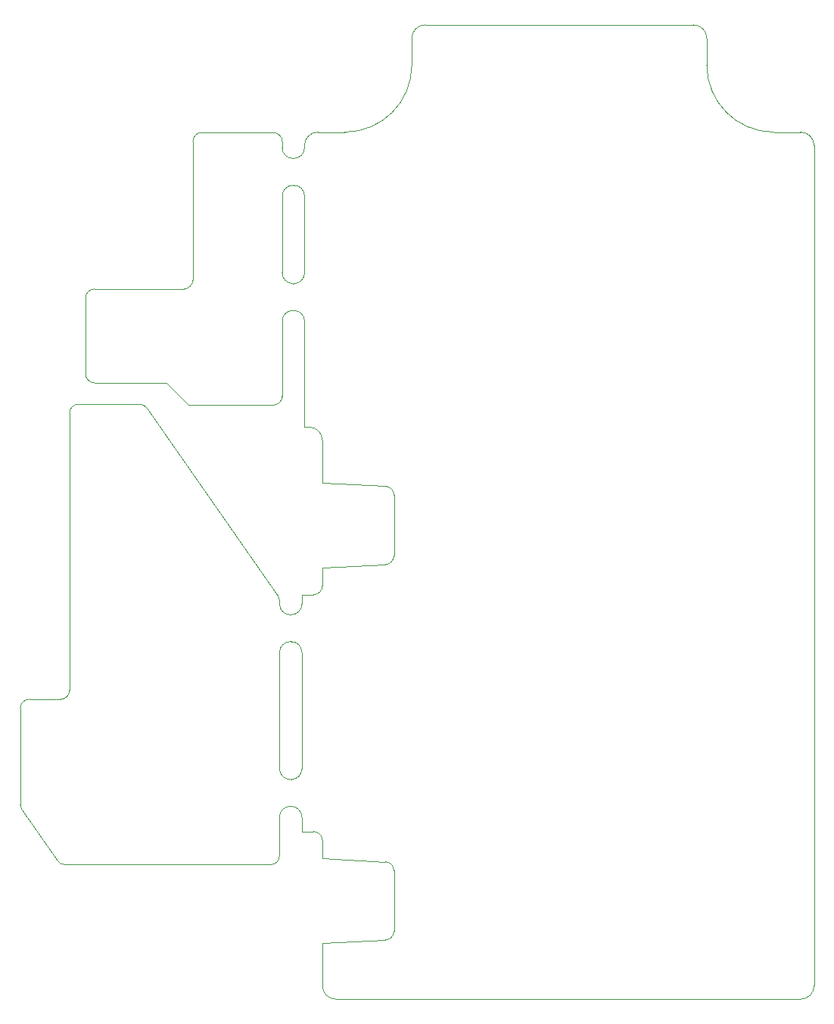
<source format=gbr>
%TF.GenerationSoftware,KiCad,Pcbnew,5.99.0-1.20210329git38c849b.fc33*%
%TF.CreationDate,2021-04-01T23:54:57+01:00*%
%TF.ProjectId,safeproject-panel-r2,73616665-7072-46f6-9a65-63742d70616e,rev?*%
%TF.SameCoordinates,Original*%
%TF.FileFunction,Profile,NP*%
%FSLAX46Y46*%
G04 Gerber Fmt 4.6, Leading zero omitted, Abs format (unit mm)*
G04 Created by KiCad (PCBNEW 5.99.0-1.20210329git38c849b.fc33) date 2021-04-01 23:54:57*
%MOMM*%
%LPD*%
G01*
G04 APERTURE LIST*
%TA.AperFunction,Profile*%
%ADD10C,0.100000*%
%TD*%
G04 APERTURE END LIST*
D10*
X65000000Y-113875000D02*
X65000000Y-115500000D01*
X62500000Y-113875000D02*
X62500000Y-118200000D01*
X65000000Y-108475000D02*
X65000000Y-95450000D01*
X62500000Y-95450000D02*
X62500000Y-108475000D01*
X65000000Y-89000000D02*
X65000000Y-90050000D01*
X62500118Y-89640566D02*
X62500000Y-90050000D01*
X62800000Y-58400000D02*
X62800000Y-66800000D01*
X65300000Y-58400000D02*
X65300000Y-70250000D01*
X65300000Y-44375000D02*
X65300000Y-53000000D01*
X65300000Y-38750000D02*
X65300000Y-39000000D01*
X62800000Y-44400000D02*
X62800000Y-53025000D01*
X62799997Y-38299997D02*
X62800000Y-39000000D01*
X65800000Y-70250000D02*
G75*
G02*
X67300000Y-71750000I0J-1500000D01*
G01*
X74352000Y-76870000D02*
X67300000Y-76500000D01*
X67300000Y-118500000D02*
X67300000Y-116500000D01*
X67300000Y-132750000D02*
X67300000Y-128000000D01*
X65000000Y-89000000D02*
X66300000Y-89000000D01*
X120800000Y-37250000D02*
G75*
G02*
X122300000Y-38750000I0J-1500000D01*
G01*
X117800000Y-37250000D02*
G75*
G02*
X110300000Y-29750000I0J7500000D01*
G01*
X122300000Y-132750000D02*
G75*
G02*
X120800000Y-134250000I-1500000J0D01*
G01*
X77300000Y-26750000D02*
G75*
G02*
X78800000Y-25250000I1500000J0D01*
G01*
X108800000Y-25250000D02*
X78800000Y-25250000D01*
X122300000Y-38750000D02*
X122300000Y-132750000D01*
X77300000Y-29750000D02*
G75*
G02*
X69800000Y-37250000I-7500000J0D01*
G01*
X117800000Y-37250000D02*
X120800000Y-37250000D01*
X67300000Y-88000000D02*
G75*
G02*
X66300000Y-89000000I-1000000J0D01*
G01*
X75300000Y-84632000D02*
X75300000Y-77868000D01*
X75300000Y-126632000D02*
X75300000Y-119868000D01*
X120800000Y-134250000D02*
X68800000Y-134250000D01*
X67300000Y-88000000D02*
X67300000Y-86000000D01*
X67300000Y-86000000D02*
X74352000Y-85630000D01*
X74352336Y-76869370D02*
G75*
G02*
X75300000Y-77868000I-52336J-998630D01*
G01*
X67300000Y-76500000D02*
X67300000Y-71750000D01*
X75299354Y-126632303D02*
G75*
G02*
X74352000Y-127630000I-999354J303D01*
G01*
X66300000Y-115500000D02*
G75*
G02*
X67300000Y-116500000I0J-1000000D01*
G01*
X65300000Y-38750000D02*
G75*
G02*
X66800000Y-37250000I1500000J0D01*
G01*
X74352336Y-118869370D02*
G75*
G02*
X75300000Y-119868000I-52336J-998630D01*
G01*
X74352000Y-118870000D02*
X67300000Y-118500000D01*
X67300000Y-128000000D02*
X74352000Y-127630000D01*
X110300000Y-29750000D02*
X110300000Y-26750000D01*
X77300000Y-29750000D02*
X77300000Y-26750000D01*
X65800000Y-70250000D02*
X65300000Y-70250000D01*
X75299354Y-84632303D02*
G75*
G02*
X74352000Y-85630000I-999354J303D01*
G01*
X68800000Y-134250000D02*
G75*
G02*
X67300000Y-132750000I0J1500000D01*
G01*
X69800000Y-37250000D02*
X66800000Y-37250000D01*
X108800000Y-25250000D02*
G75*
G02*
X110300000Y-26750000I0J-1500000D01*
G01*
X66300000Y-115500000D02*
X65000000Y-115500000D01*
X62500118Y-89640566D02*
G75*
G03*
X62319000Y-89067000I-1000118J-434D01*
G01*
X47656152Y-68126424D02*
G75*
G03*
X46837000Y-67700000I-819152J-573576D01*
G01*
X39000000Y-68700000D02*
X39000000Y-99700000D01*
X61499315Y-119200000D02*
G75*
G03*
X62500000Y-118200000I1685J999000D01*
G01*
X38500000Y-119200000D02*
X61500000Y-119200000D01*
X33500062Y-112487861D02*
G75*
G03*
X33681000Y-113062000I1000938J-139D01*
G01*
X33681000Y-113062000D02*
X37680000Y-118773000D01*
X46837000Y-67700000D02*
X40000000Y-67700000D01*
X40000000Y-67700000D02*
G75*
G03*
X39000000Y-68700000I0J-1000000D01*
G01*
X38000000Y-100700000D02*
X34500000Y-100700000D01*
X34500253Y-100700000D02*
G75*
G03*
X33500000Y-101700000I747J-1001000D01*
G01*
X37680029Y-118773150D02*
G75*
G03*
X38500000Y-119200000I819971J574150D01*
G01*
X62319000Y-89067000D02*
X47656000Y-68126000D01*
X38000000Y-100700000D02*
G75*
G03*
X39000000Y-99700000I0J1000000D01*
G01*
X33500000Y-101700000D02*
X33500000Y-112488000D01*
X62799997Y-38299997D02*
G75*
G03*
X61800000Y-37300000I-999997J0D01*
G01*
X52800000Y-53800000D02*
X52800000Y-38300000D01*
X41799997Y-54800003D02*
G75*
G03*
X40800000Y-55800000I0J-999997D01*
G01*
X40800003Y-64300003D02*
G75*
G03*
X41800000Y-65300000I999997J0D01*
G01*
X52350000Y-67800000D02*
X49850000Y-65300000D01*
X49850000Y-65300000D02*
X41800000Y-65300000D01*
X51800003Y-54799997D02*
G75*
G03*
X52800000Y-53800000I0J999997D01*
G01*
X41800000Y-54800000D02*
X51800000Y-54800000D01*
X40800000Y-64300000D02*
X40800000Y-55800000D01*
X61800003Y-67799997D02*
G75*
G03*
X62800000Y-66800000I0J999997D01*
G01*
X53799997Y-37300003D02*
G75*
G03*
X52800000Y-38300000I0J-999997D01*
G01*
X61800000Y-67800000D02*
X52350000Y-67800000D01*
X53800000Y-37300000D02*
X61800000Y-37300000D01*
%TO.C,REF\u002A\u002A*%
X64000000Y-54200000D02*
X64100000Y-54200000D01*
X64100000Y-57200000D02*
X64000000Y-57200000D01*
X64100002Y-54199998D02*
G75*
G03*
X65300000Y-53000000I0J1199998D01*
G01*
X64100002Y-57199998D02*
G75*
G02*
X65300000Y-58400000I-2J-1200000D01*
G01*
X63999998Y-57200002D02*
G75*
G03*
X62800000Y-58400000I0J-1199998D01*
G01*
X63999998Y-54200002D02*
G75*
G02*
X62800000Y-53000000I2J1200000D01*
G01*
X63800000Y-112675000D02*
X63700000Y-112675000D01*
X63700000Y-109675000D02*
X63800000Y-109675000D01*
X63800002Y-112674998D02*
G75*
G02*
X65000000Y-113875000I-2J-1200000D01*
G01*
X63800002Y-109674998D02*
G75*
G03*
X65000000Y-108475000I0J1199998D01*
G01*
X63699998Y-112675002D02*
G75*
G03*
X62500000Y-113875000I0J-1199998D01*
G01*
X63699998Y-109675002D02*
G75*
G02*
X62500000Y-108475000I2J1200000D01*
G01*
X64000000Y-40200000D02*
X64100000Y-40200000D01*
X64100000Y-43200000D02*
X64000000Y-43200000D01*
X63999998Y-40200002D02*
G75*
G02*
X62800000Y-39000000I2J1200000D01*
G01*
X64100002Y-43199998D02*
G75*
G02*
X65300000Y-44400000I-2J-1200000D01*
G01*
X63999998Y-43200002D02*
G75*
G03*
X62800000Y-44400000I0J-1199998D01*
G01*
X64100002Y-40199998D02*
G75*
G03*
X65300000Y-39000000I0J1199998D01*
G01*
X63700000Y-91250000D02*
X63800000Y-91250000D01*
X63800000Y-94250000D02*
X63700000Y-94250000D01*
X63699998Y-91250002D02*
G75*
G02*
X62500000Y-90050000I2J1200000D01*
G01*
X63800002Y-94249998D02*
G75*
G02*
X65000000Y-95450000I-2J-1200000D01*
G01*
X63699998Y-94250002D02*
G75*
G03*
X62500000Y-95450000I0J-1199998D01*
G01*
X63800002Y-91249998D02*
G75*
G03*
X65000000Y-90050000I0J1199998D01*
G01*
%TD*%
M02*

</source>
